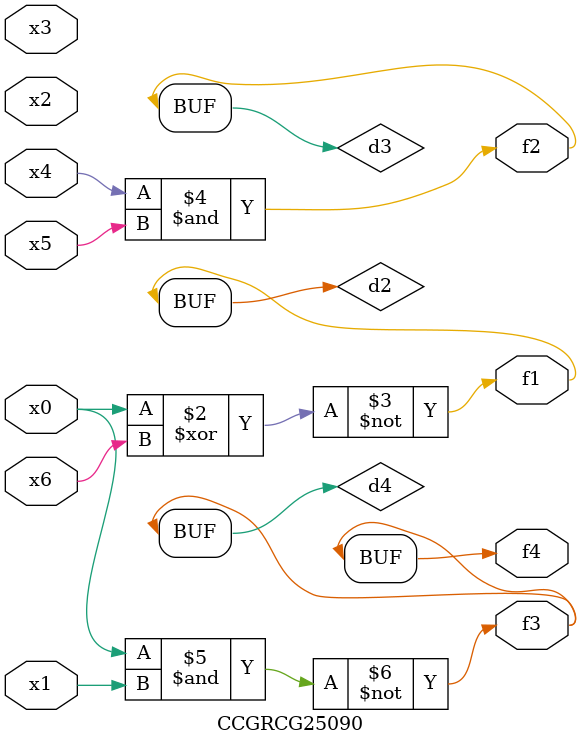
<source format=v>
module CCGRCG25090(
	input x0, x1, x2, x3, x4, x5, x6,
	output f1, f2, f3, f4
);

	wire d1, d2, d3, d4;

	nor (d1, x0);
	xnor (d2, x0, x6);
	and (d3, x4, x5);
	nand (d4, x0, x1);
	assign f1 = d2;
	assign f2 = d3;
	assign f3 = d4;
	assign f4 = d4;
endmodule

</source>
